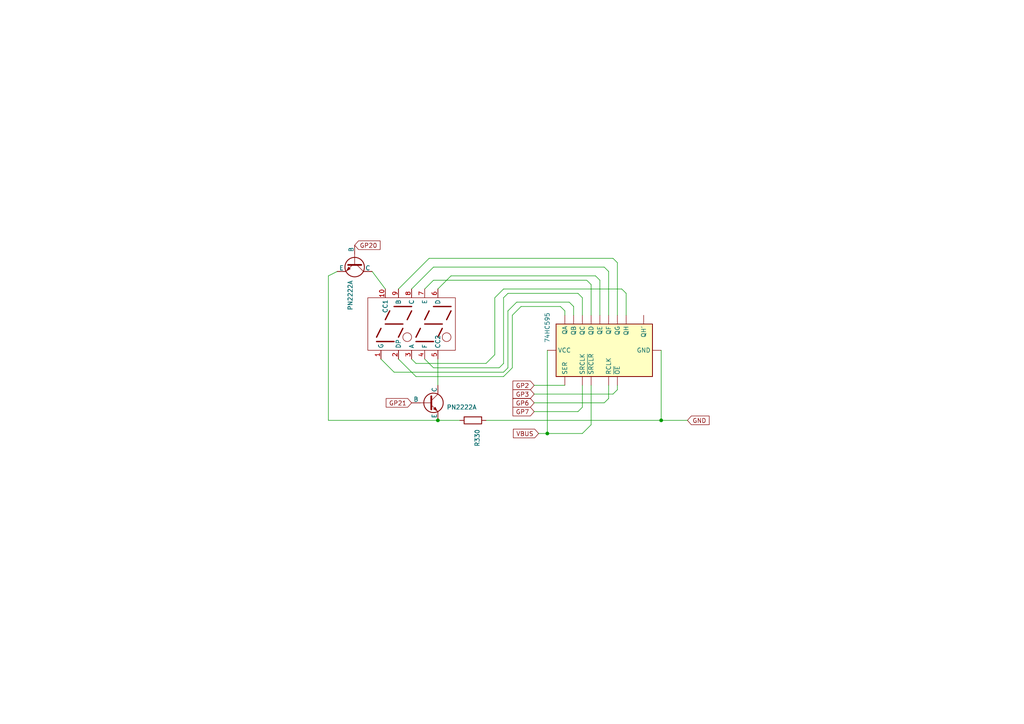
<source format=kicad_sch>
(kicad_sch (version 20250114) (generator "eeschema") (generator_version "9.0")
  (paper "A4")
  (lib_symbols
    (symbol "74xx:74HC595" (pin_numbers (hide yes))
      (property "Reference" "U" (at -7.62 13.97 0))
      (property "Value" "74HC595" (at -7.62 -16.51 0))
      (symbol "74HC595_1_0"
        (pin input line (at -10.16 10.16 0) (length 2.54) (name "SER") (number "14"))
        (pin input line (at -10.16 5.08 0) (length 2.54) (name "SRCLK") (number "11"))
        (pin input line (at -10.16 2.54 0) (length 2.54) (name "~{SRCLR}") (number "10"))
        (pin input line (at -10.16 -2.54 0) (length 2.54) (name "RCLK") (number "12"))
        (pin input line (at -10.16 -5.08 0) (length 2.54) (name "~{OE}") (number "13"))
        (pin power_in line (at 0 15.24 270) (length 2.54) (name "VCC") (number "16"))
        (pin power_in line (at 0 -17.78 90) (length 2.54) (name "GND") (number "8"))
        (pin tri_state line (at 10.16 10.16 180) (length 2.54) (name "QA") (number "15"))
        (pin tri_state line (at 10.16 7.62 180) (length 2.54) (name "QB") (number "1"))
        (pin tri_state line (at 10.16 5.08 180) (length 2.54) (name "QC") (number "2"))
        (pin tri_state line (at 10.16 2.54 180) (length 2.54) (name "QD") (number "3"))
        (pin tri_state line (at 10.16 0 180) (length 2.54) (name "QE") (number "4"))
        (pin tri_state line (at 10.16 -2.54 180) (length 2.54) (name "QF") (number "5"))
        (pin tri_state line (at 10.16 -5.08 180) (length 2.54) (name "QG") (number "6"))
        (pin tri_state line (at 10.16 -7.62 180) (length 2.54) (name "QH") (number "7"))
        (pin output line (at 10.16 -12.7 180) (length 2.54) (name "QH'") (number "9"))
      )
      (symbol "74HC595_1_1"
        (rectangle (start -7.62 12.7) (end 7.62 -15.24) (stroke (width 0.254)) (fill (type background)))
      )
    )
    (symbol "Device:R" (pin_numbers (hide yes)) (pin_names (offset 0))
      (property "Reference" "R" (at 2.032 0 90))
      (property "Value" "R" (at 0 0 90))
      (symbol "R_0_1"
        (rectangle (start -1.016 -2.54) (end 1.016 2.54) (stroke (width 0.254)))
      )
      (symbol "R_1_1"
        (pin passive line (at 0 3.81 270) (length 1.27) (name "~") (number "1"))
        (pin passive line (at 0 -3.81 90) (length 1.27) (name "~") (number "2"))
      )
    )
    (symbol "PN2222A_1" (pin_numbers (hide yes)) (pin_names (offset 0))
      (property "Reference" "Q" (at 5.08 1.905 0))
      (property "Value" "PN2222A" (at 5.08 0 0))
      (symbol "PN2222A_1_0_1"
        (polyline (pts (xy -2.54 0) (xy 0.635 0)))
        (polyline (pts (xy 0.635 1.905) (xy 0.635 -1.905)) (stroke (width 0.508)))
        (circle (center 1.27 0) (radius 2.8194) (stroke (width 0.254)))
      )
      (symbol "PN2222A_1_1_1"
        (polyline (pts (xy 0.635 0.635) (xy 2.54 2.54)))
        (polyline (pts (xy 0.635 -0.635) (xy 2.54 -2.54)))
        (polyline (pts (xy 1.27 -1.778) (xy 1.778 -1.27) (xy 2.286 -2.286) (xy 1.27 -1.778)) (fill (type outline)))
        (pin input line (at -5.08 0 0) (length 2.54) (name "B") (number "2"))
        (pin passive line (at 2.54 5.08 270) (length 2.54) (name "C") (number "3"))
        (pin passive line (at 2.54 -5.08 90) (length 2.54) (name "E") (number "1"))
      )
    )
    (symbol "Transistor_BJT:PN2222A" (pin_numbers (hide yes)) (pin_names (offset 0))
      (property "Reference" "Q" (at 5.08 1.905 0))
      (property "Value" "PN2222A" (at 5.08 0 0))
      (symbol "PN2222A_0_1"
        (polyline (pts (xy -2.54 0) (xy 0.635 0)))
        (polyline (pts (xy 0.635 1.905) (xy 0.635 -1.905)) (stroke (width 0.508)))
        (circle (center 1.27 0) (radius 2.8194) (stroke (width 0.254)))
      )
      (symbol "PN2222A_1_1"
        (polyline (pts (xy 0.635 0.635) (xy 2.54 2.54)))
        (polyline (pts (xy 0.635 -0.635) (xy 2.54 -2.54)))
        (polyline (pts (xy 1.27 -1.778) (xy 1.778 -1.27) (xy 2.286 -2.286) (xy 1.27 -1.778)) (fill (type outline)))
        (pin input line (at -5.08 0 0) (length 2.54) (name "B") (number "2"))
        (pin passive line (at 2.54 5.08 270) (length 2.54) (name "C") (number "3"))
        (pin passive line (at 2.54 -5.08 90) (length 2.54) (name "E") (number "1"))
      )
    )
    (symbol "kicad-mikro:TWO_DIGIT_SEGMENT_DISPLAY"
      (property "Reference" "2 digit segment display" (at 0 -18.542 0))
      (symbol "TWO_DIGIT_SEGMENT_DISPLAY_0_1"
        (rectangle (start -12.7 7.62) (end 12.7 -7.62))
        (polyline (pts (xy -10.16 -5.08) (xy -5.08 -5.08)) (stroke (width 0.381)))
        (polyline (pts (xy -8.89 -1.27) (xy -10.16 -3.81)) (stroke (width 0.381)))
        (polyline (pts (xy -7.62 1.27) (xy -6.35 3.81)) (stroke (width 0.381)))
        (polyline (pts (xy -7.62 0) (xy -2.54 0)) (stroke (width 0.381)))
        (polyline (pts (xy -5.08 5.08) (xy 0 5.08)) (stroke (width 0.381)))
        (polyline (pts (xy -3.81 -3.81) (xy -2.54 -1.27)) (stroke (width 0.381)))
        (polyline (pts (xy -1.27 1.27) (xy 0 3.81)) (stroke (width 0.381)))
        (circle (center -1.27 -3.81) (radius 1.27) (fill (type color)))
        (polyline (pts (xy 1.27 -5.08) (xy 6.35 -5.08)) (stroke (width 0.381)))
        (polyline (pts (xy 2.54 -1.27) (xy 1.27 -3.81)) (stroke (width 0.381)))
        (polyline (pts (xy 3.81 1.27) (xy 5.08 3.81)) (stroke (width 0.381)))
        (polyline (pts (xy 3.81 0) (xy 8.89 0)) (stroke (width 0.381)))
        (polyline (pts (xy 6.35 5.08) (xy 11.43 5.08)) (stroke (width 0.381)))
        (polyline (pts (xy 7.62 -3.81) (xy 8.89 -1.27)) (stroke (width 0.381)))
        (polyline (pts (xy 10.16 1.27) (xy 11.43 3.81)) (stroke (width 0.381)))
        (circle (center 10.16 -3.81) (radius 1.27) (fill (type color)))
      )
      (symbol "TWO_DIGIT_SEGMENT_DISPLAY_1_1"
        (pin passive line (at -8.89 -10.16 90) (length 2.54) (name "G") (number "1"))
        (pin passive line (at -7.62 10.16 270) (length 2.54) (name "CC1") (number "10"))
        (pin passive line (at -3.81 10.16 270) (length 2.54) (name "B") (number "9"))
        (pin passive line (at -3.81 -10.16 90) (length 2.54) (name "DP") (number "2"))
        (pin passive line (at 0 10.16 270) (length 2.54) (name "C") (number "8"))
        (pin passive line (at 0 -10.16 90) (length 2.54) (name "A") (number "3"))
        (pin passive line (at 3.81 10.16 270) (length 2.54) (name "E") (number "7"))
        (pin passive line (at 3.81 -10.16 90) (length 2.54) (name "F") (number "4"))
        (pin passive line (at 7.62 10.16 270) (length 2.54) (name "D") (number "6"))
        (pin passive line (at 7.62 -10.16 90) (length 2.54) (name "CC2") (number "5"))
      )
    )
  )
  (junction (at 158.75 125.73))
  (junction (at 191.77 121.92))
  (junction (at 127 121.92))
  (wire (pts (xy 168.91 111.76) (xy 168.91 118.11)))
  (wire (pts (xy 176.53 78.74) (xy 176.53 91.44)))
  (wire (pts (xy 166.37 91.44) (xy 166.37 88.9)))
  (wire (pts (xy 123.19 83.82) (xy 125.73 81.28)))
  (wire (pts (xy 177.8 74.93) (xy 179.07 76.2)))
  (wire (pts (xy 179.07 111.76) (xy 179.07 113.03)))
  (wire (pts (xy 147.32 90.17) (xy 147.32 106.68)))
  (wire (pts (xy 154.94 119.38) (xy 167.64 119.38)))
  (wire (pts (xy 179.07 76.2) (xy 179.07 91.44)))
  (wire (pts (xy 147.32 106.68) (xy 146.05 107.95)))
  (wire (pts (xy 127 121.92) (xy 95.25 121.92)))
  (wire (pts (xy 154.94 116.84) (xy 175.26 116.84)))
  (wire (pts (xy 110.49 104.14) (xy 114.3 107.95)))
  (wire (pts (xy 165.1 87.63) (xy 149.86 87.63)))
  (wire (pts (xy 95.25 80.01) (xy 97.79 78.74)))
  (wire (pts (xy 146.05 109.22) (xy 120.65 109.22)))
  (wire (pts (xy 175.26 77.47) (xy 176.53 78.74)))
  (wire (pts (xy 162.56 88.9) (xy 151.13 88.9)))
  (wire (pts (xy 170.18 81.28) (xy 125.73 81.28)))
  (wire (pts (xy 95.25 121.92) (xy 95.25 80.01)))
  (wire (pts (xy 146.05 83.82) (xy 143.51 86.36)))
  (wire (pts (xy 143.51 86.36) (xy 143.51 102.87)))
  (wire (pts (xy 127 104.14) (xy 127 111.76)))
  (wire (pts (xy 167.64 85.09) (xy 147.32 85.09)))
  (wire (pts (xy 180.34 83.82) (xy 181.61 85.09)))
  (wire (pts (xy 171.45 82.55) (xy 170.18 81.28)))
  (wire (pts (xy 180.34 83.82) (xy 146.05 83.82)))
  (wire (pts (xy 171.45 91.44) (xy 171.45 82.55)))
  (wire (pts (xy 151.13 88.9) (xy 148.59 91.44)))
  (wire (pts (xy 111.76 83.82) (xy 107.95 78.74)))
  (wire (pts (xy 168.91 118.11) (xy 167.64 119.38)))
  (wire (pts (xy 125.73 106.68) (xy 123.19 104.14)))
  (wire (pts (xy 124.46 74.93) (xy 177.8 74.93)))
  (wire (pts (xy 168.91 86.36) (xy 167.64 85.09)))
  (wire (pts (xy 147.32 85.09) (xy 146.05 86.36)))
  (wire (pts (xy 140.97 121.92) (xy 191.77 121.92)))
  (wire (pts (xy 181.61 85.09) (xy 181.61 91.44)))
  (wire (pts (xy 171.45 123.19) (xy 168.91 125.73)))
  (wire (pts (xy 191.77 101.6) (xy 191.77 121.92)))
  (wire (pts (xy 163.83 90.17) (xy 163.83 91.44)))
  (wire (pts (xy 146.05 107.95) (xy 114.3 107.95)))
  (wire (pts (xy 140.97 105.41) (xy 120.65 105.41)))
  (wire (pts (xy 127 121.92) (xy 133.35 121.92)))
  (wire (pts (xy 146.05 105.41) (xy 144.78 106.68)))
  (wire (pts (xy 179.07 113.03) (xy 177.8 114.3)))
  (wire (pts (xy 154.94 114.3) (xy 177.8 114.3)))
  (wire (pts (xy 176.53 115.57) (xy 175.26 116.84)))
  (wire (pts (xy 172.72 80.01) (xy 173.99 81.28)))
  (wire (pts (xy 158.75 125.73) (xy 168.91 125.73)))
  (wire (pts (xy 130.81 80.01) (xy 127 83.82)))
  (wire (pts (xy 166.37 88.9) (xy 165.1 87.63)))
  (wire (pts (xy 144.78 106.68) (xy 125.73 106.68)))
  (wire (pts (xy 158.75 101.6) (xy 158.75 125.73)))
  (wire (pts (xy 148.59 91.44) (xy 148.59 106.68)))
  (wire (pts (xy 149.86 87.63) (xy 147.32 90.17)))
  (wire (pts (xy 120.65 105.41) (xy 119.38 104.14)))
  (wire (pts (xy 143.51 102.87) (xy 140.97 105.41)))
  (wire (pts (xy 175.26 77.47) (xy 125.73 77.47)))
  (wire (pts (xy 115.57 83.82) (xy 124.46 74.93)))
  (wire (pts (xy 173.99 81.28) (xy 173.99 91.44)))
  (wire (pts (xy 191.77 121.92) (xy 199.39 121.92)))
  (wire (pts (xy 176.53 111.76) (xy 176.53 115.57)))
  (wire (pts (xy 168.91 91.44) (xy 168.91 86.36)))
  (wire (pts (xy 148.59 106.68) (xy 146.05 109.22)))
  (wire (pts (xy 163.83 90.17) (xy 162.56 88.9)))
  (wire (pts (xy 171.45 111.76) (xy 171.45 123.19)))
  (wire (pts (xy 125.73 77.47) (xy 119.38 83.82)))
  (wire (pts (xy 156.21 125.73) (xy 158.75 125.73)))
  (wire (pts (xy 154.94 111.76) (xy 163.83 111.76)))
  (wire (pts (xy 146.05 86.36) (xy 146.05 105.41)))
  (wire (pts (xy 120.65 109.22) (xy 115.57 104.14)))
  (wire (pts (xy 130.81 80.01) (xy 172.72 80.01)))
  (global_label "GP6" (shape input) (at 154.94 116.84 180) (property "Intersheetrefs" "${INTERSHEET_REFS}" (effects (hide yes))))
  (global_label "GP3" (shape input) (at 154.94 114.3 180) (property "Intersheetrefs" "${INTERSHEET_REFS}" (effects (hide yes))))
  (global_label "GP20" (shape input) (at 102.87 71.12 0) (property "Intersheetrefs" "${INTERSHEET_REFS}" (effects (hide yes))))
  (global_label "GP21" (shape input) (at 119.38 116.84 180) (property "Intersheetrefs" "${INTERSHEET_REFS}" (effects (hide yes))))
  (global_label "VBUS" (shape input) (at 156.21 125.73 180) (property "Intersheetrefs" "${INTERSHEET_REFS}" (effects (hide yes))))
  (global_label "GP2" (shape input) (at 154.94 111.76 180) (property "Intersheetrefs" "${INTERSHEET_REFS}" (effects (hide yes))))
  (global_label "GND" (shape input) (at 199.39 121.92 0) (property "Intersheetrefs" "${INTERSHEET_REFS}" (effects (hide yes))))
  (global_label "GP7" (shape input) (at 154.94 119.38 180) (property "Intersheetrefs" "${INTERSHEET_REFS}" (effects (hide yes))))
  (symbol (lib_id "74xx:74HC595") (at 173.99 101.6 90) (unit 1)
    (property "Reference" "U2" (effects (hide yes)))
    (property "Value" "74HC595" (at 158.75 99.4567 0) (effects (justify left)))
    (property "Datasheet" "http://www.ti.com/lit/ds/symlink/sn74hc595.pdf" (effects (hide yes)))
    (property "Description" "8-bit serial in/out Shift Register 3-State Outputs" (effects (hide yes)))
  )
  (symbol (lib_id "Device:R") (at 137.16 121.92 90) (mirror x) (unit 1)
    (property "Reference" "R1" (effects (hide yes)))
    (property "Value" "R330" (at 138.4299 124.46 0) (effects (justify left)))
    (property "Description" "Resistor" (effects (hide yes)))
  )
  (symbol (lib_id "kicad-mikro:TWO_DIGIT_SEGMENT_DISPLAY") (at 119.38 93.98 0) (unit 1)
    (property "Reference" "U1" (effects (hide yes)))
  )
  (symbol (lib_name "PN2222A_1") (lib_id "Transistor_BJT:PN2222A") (at 124.46 116.84 0) (unit 1)
    (property "Reference" "Q2" (effects (hide yes)))
    (property "Value" "PN2222A" (at 129.54 118.1099 0) (effects (justify left)))
    (property "Footprint" "Package_TO_SOT_THT:TO-92_Inline" (effects (hide yes)))
    (property "Datasheet" "https://www.onsemi.com/pub/Collateral/PN2222-D.PDF" (effects (hide yes)))
    (property "Description" "1A Ic, 40V Vce, NPN Transistor, General Purpose Transistor, TO-92" (effects (hide yes)))
  )
  (symbol (lib_id "Transistor_BJT:PN2222A") (at 102.87 76.2 270) (unit 1)
    (property "Reference" "Q1" (effects (hide yes)))
    (property "Value" "PN2222A" (at 101.6001 81.28 0) (effects (justify left)))
    (property "Footprint" "Package_TO_SOT_THT:TO-92_Inline" (effects (hide yes)))
    (property "Datasheet" "https://www.onsemi.com/pub/Collateral/PN2222-D.PDF" (effects (hide yes)))
    (property "Description" "1A Ic, 40V Vce, NPN Transistor, General Purpose Transistor, TO-92" (effects (hide yes)))
  )
)
</source>
